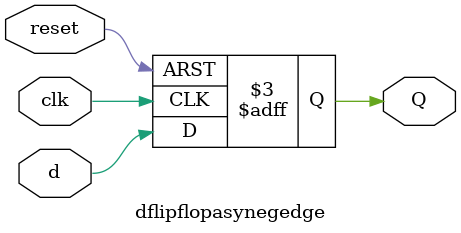
<source format=v>
module dflipflopasynegedge(clk, d, reset, Q);

   input clk,d,reset;
   output reg Q;
   always@(negedge clk or negedge reset) //active low reset--means will reset at the negedge of the reset
   begin 
            if(reset == 0) Q<=0;
            else Q<= d;
   end
   
endmodule

</source>
